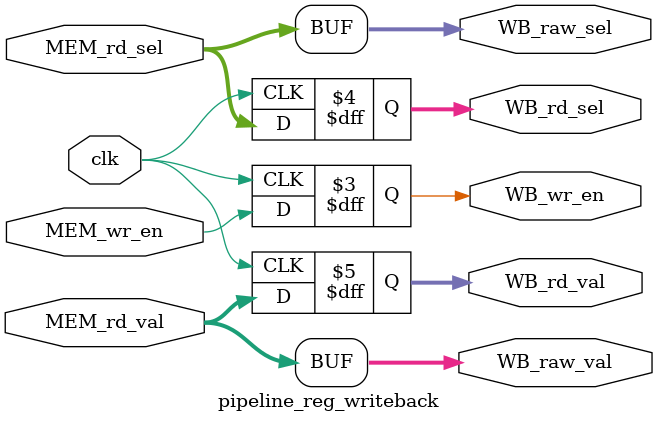
<source format=v>
`timescale 1ns / 1ps


module pipeline_reg_writeback(
    input               clk,
                        MEM_wr_en,
                
    input [4:0]         MEM_rd_sel,
    
    input [31:0]        MEM_rd_val,                
            
    output reg          WB_wr_en,
    
    output reg [4:0]    WB_rd_sel,
                        WB_raw_sel,
    
    output reg [31:0]   WB_rd_val,
                        WB_raw_val   
);

    always @(posedge clk) begin
        WB_wr_en    <= MEM_wr_en;
        WB_rd_sel   <= MEM_rd_sel;
        WB_rd_val   <= MEM_rd_val;
       // WB_raw_sel  <= MEM_rd_sel;
        //WB_raw_val  <= MEM_rd_val;
    end
    
    always @(*) begin
        WB_raw_sel  <= MEM_rd_sel;
        WB_raw_val  <= MEM_rd_val;        
    end    

endmodule

</source>
